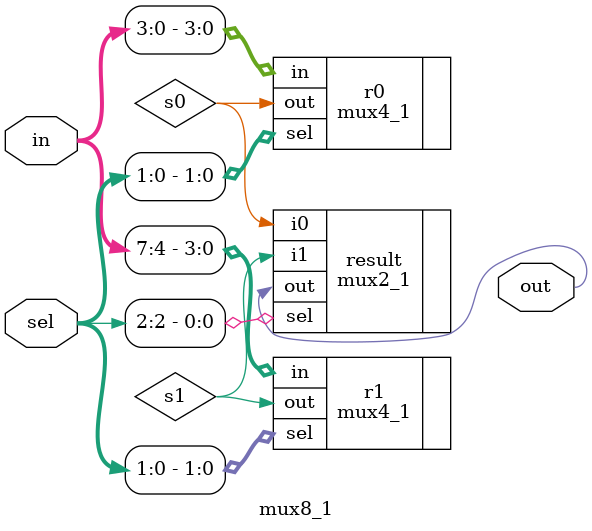
<source format=sv>
`timescale 1ns/1ps
module mux8_1(out, in, sel);
	output logic out;
	input logic [7:0] in;
	input logic [2:0] sel;
	
	logic s0, s1;
	mux4_1 r0 (.out(s0), .in(in[3:0]), .sel(sel[1:0]));
	mux4_1 r1 (.out(s1), .in(in[7:4]), .sel(sel[1:0]));
	mux2_1 result (.out(out), .i0(s0), .i1(s1), .sel(sel[2]));

endmodule 
</source>
